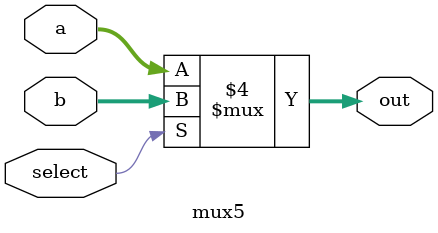
<source format=v>
module mux5(out, a, b, select);

output reg [4:0] out;
input [4:0] a, b;
input select;

always @ (select, a, b)
begin
	if (select == 0)
		out = a;
	else
		out = b;
end 

endmodule

</source>
